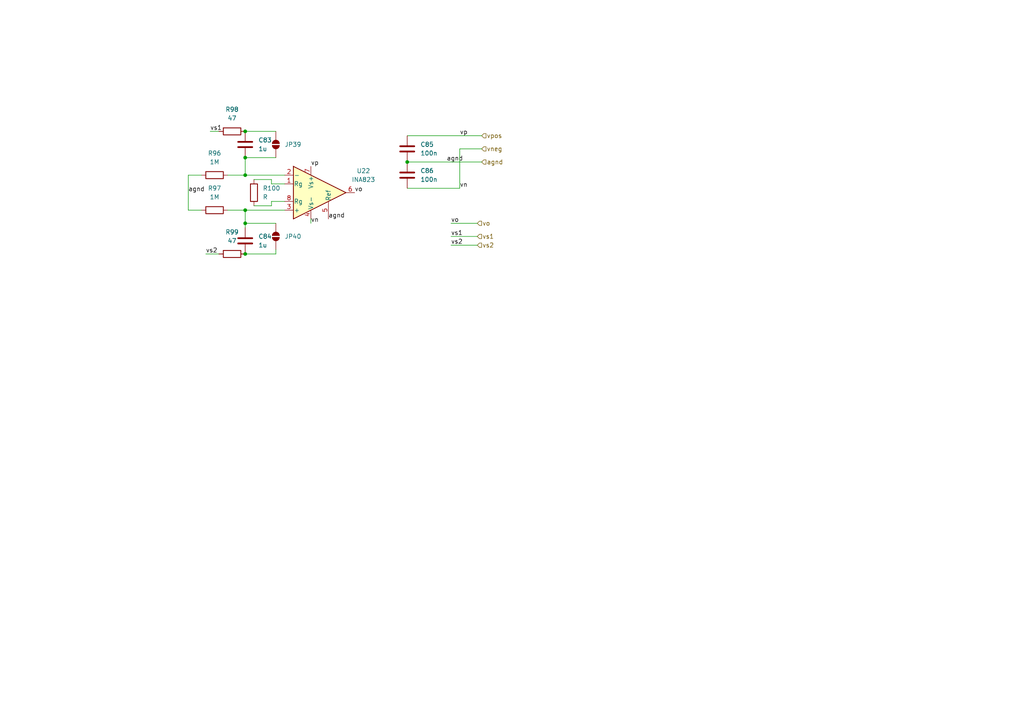
<source format=kicad_sch>
(kicad_sch (version 20250114) (generator "eeschema") (generator_version "9.0")
  (paper "A4")
  (lib_symbols
    (symbol "Amplifier_Instrumentation:AD620" (pin_names (offset 0.127))
      (property "Reference" "U" (at 3.81 7.62 0))
      (property "Value" "AD620" (at 5.08 5.08 0))
      (symbol "AD620_0_1"
        (polyline (pts (xy -7.62 7.62) (xy -7.62 -7.62) (xy 7.62 0) (xy -7.62 7.62)) (stroke (width 0.254)) (fill (type background)))
      )
      (symbol "AD620_1_1"
        (pin input line (at -10.16 5.08 0) (length 2.54) (name "-") (number "2"))
        (pin passive line (at -10.16 2.54 0) (length 2.54) (name "Rg") (number "1"))
        (pin passive line (at -10.16 -2.54 0) (length 2.54) (name "Rg") (number "8"))
        (pin input line (at -10.16 -5.08 0) (length 2.54) (name "+") (number "3"))
        (pin power_in line (at -2.54 7.62 270) (length 2.54) (name "Vs+") (number "7"))
        (pin power_in line (at -2.54 -7.62 90) (length 2.54) (name "Vs-") (number "4"))
        (pin passive line (at 2.54 -7.62 90) (length 5.08) (name "Ref") (number "5"))
        (pin output line (at 10.16 0 180) (length 2.54) (name "~") (number "6"))
      )
    )
    (symbol "Device:C" (pin_numbers (hide yes)) (pin_names (offset 0.254))
      (property "Reference" "C" (at 0.635 2.54 0))
      (property "Value" "C" (at 0.635 -2.54 0))
      (symbol "C_0_1"
        (polyline (pts (xy -2.032 0.762) (xy 2.032 0.762)) (stroke (width 0.508)))
        (polyline (pts (xy -2.032 -0.762) (xy 2.032 -0.762)) (stroke (width 0.508)))
      )
      (symbol "C_1_1"
        (pin passive line (at 0 3.81 270) (length 2.794) (name "~") (number "1"))
        (pin passive line (at 0 -3.81 90) (length 2.794) (name "~") (number "2"))
      )
    )
    (symbol "Device:R" (pin_numbers (hide yes)) (pin_names (offset 0))
      (property "Reference" "R" (at 2.032 0 90))
      (property "Value" "R" (at 0 0 90))
      (symbol "R_0_1"
        (rectangle (start -1.016 -2.54) (end 1.016 2.54) (stroke (width 0.254)))
      )
      (symbol "R_1_1"
        (pin passive line (at 0 3.81 270) (length 1.27) (name "~") (number "1"))
        (pin passive line (at 0 -3.81 90) (length 1.27) (name "~") (number "2"))
      )
    )
    (symbol "Jumper:SolderJumper_2_Open" (pin_numbers (hide yes)) (pin_names (offset 0) (hide yes)) (in_bom no)
      (property "Reference" "JP" (at 0 2.032 0))
      (property "Value" "SolderJumper_2_Open" (at 0 -2.54 0))
      (symbol "SolderJumper_2_Open_0_1"
        (polyline (pts (xy -0.254 1.016) (xy -0.254 -1.016)))
        (arc (start -0.254 -1.016) (mid -1.2656 0) (end -0.254 1.016))
        (arc (start -0.254 -1.016) (mid -1.2656 0) (end -0.254 1.016) (fill (type outline)))
        (arc (start 0.254 1.016) (mid 1.2656 0) (end 0.254 -1.016))
        (arc (start 0.254 1.016) (mid 1.2656 0) (end 0.254 -1.016) (fill (type outline)))
        (polyline (pts (xy 0.254 1.016) (xy 0.254 -1.016)))
      )
      (symbol "SolderJumper_2_Open_1_1"
        (pin passive line (at -3.81 0 0) (length 2.54) (name "A") (number "1"))
        (pin passive line (at 3.81 0 180) (length 2.54) (name "B") (number "2"))
      )
    )
  )
  (junction (at 71.12 50.8))
  (junction (at 71.12 64.77))
  (junction (at 71.12 60.96))
  (junction (at 71.12 38.1))
  (junction (at 118.11 46.99))
  (junction (at 71.12 45.72))
  (junction (at 71.12 73.66))
  (wire (pts (xy 58.42 50.8) (xy 54.61 50.8)))
  (wire (pts (xy 130.81 68.58) (xy 138.43 68.58)))
  (wire (pts (xy 130.81 71.12) (xy 138.43 71.12)))
  (wire (pts (xy 60.96 38.1) (xy 63.5 38.1)))
  (wire (pts (xy 66.04 50.8) (xy 71.12 50.8)))
  (wire (pts (xy 71.12 45.72) (xy 80.01 45.72)))
  (wire (pts (xy 59.69 73.66) (xy 63.5 73.66)))
  (wire (pts (xy 73.66 52.07) (xy 78.74 52.07)))
  (wire (pts (xy 133.35 43.18) (xy 133.35 54.61)))
  (wire (pts (xy 139.7 43.18) (xy 133.35 43.18)))
  (wire (pts (xy 71.12 60.96) (xy 82.55 60.96)))
  (wire (pts (xy 71.12 64.77) (xy 80.01 64.77)))
  (wire (pts (xy 71.12 60.96) (xy 71.12 64.77)))
  (wire (pts (xy 118.11 46.99) (xy 139.7 46.99)))
  (wire (pts (xy 118.11 39.37) (xy 139.7 39.37)))
  (wire (pts (xy 54.61 60.96) (xy 58.42 60.96)))
  (wire (pts (xy 90.17 64.77) (xy 90.17 63.5)))
  (wire (pts (xy 71.12 73.66) (xy 80.01 73.66)))
  (wire (pts (xy 71.12 64.77) (xy 71.12 66.04)))
  (wire (pts (xy 78.74 53.34) (xy 82.55 53.34)))
  (wire (pts (xy 78.74 59.69) (xy 78.74 58.42)))
  (wire (pts (xy 130.81 64.77) (xy 138.43 64.77)))
  (wire (pts (xy 80.01 72.39) (xy 80.01 73.66)))
  (wire (pts (xy 71.12 50.8) (xy 82.55 50.8)))
  (wire (pts (xy 54.61 50.8) (xy 54.61 60.96)))
  (wire (pts (xy 66.04 60.96) (xy 71.12 60.96)))
  (wire (pts (xy 73.66 59.69) (xy 78.74 59.69)))
  (wire (pts (xy 71.12 38.1) (xy 80.01 38.1)))
  (wire (pts (xy 71.12 45.72) (xy 71.12 50.8)))
  (wire (pts (xy 78.74 52.07) (xy 78.74 53.34)))
  (wire (pts (xy 78.74 58.42) (xy 82.55 58.42)))
  (wire (pts (xy 118.11 54.61) (xy 133.35 54.61)))
  (label "vp" (at 90.17 48.26 0))
  (label "vp" (at 133.35 39.37 0))
  (label "agnd" (at 129.54 46.99 0))
  (label "vn" (at 133.35 54.61 0))
  (label "vs2" (at 59.69 73.66 0))
  (label "agnd" (at 95.25 63.5 0))
  (label "vs2" (at 130.81 71.12 0))
  (label "vs1" (at 130.81 68.58 0))
  (label "agnd" (at 54.61 55.88 0))
  (label "vo" (at 130.81 64.77 0))
  (label "vs1" (at 60.96 38.1 0))
  (label "vo" (at 102.87 55.88 0))
  (label "vn" (at 90.17 64.77 0))
  (hierarchical_label "vneg" (shape input) (at 139.7 43.18 0))
  (hierarchical_label "vpos" (shape input) (at 139.7 39.37 0))
  (hierarchical_label "vs1" (shape input) (at 138.43 68.58 0))
  (hierarchical_label "vs2" (shape input) (at 138.43 71.12 0))
  (hierarchical_label "agnd" (shape input) (at 139.7 46.99 0))
  (hierarchical_label "vo" (shape input) (at 138.43 64.77 0))
  (symbol (lib_id "Device:R") (at 62.23 60.96 90) (unit 1)
    (property "Reference" "R2" (at 62.23 54.61 90))
    (property "Value" "1M" (at 62.23 57.15 90))
    (property "Footprint" "Resistor_SMD:R_0603_1608Metric_Pad0.98x0.95mm_HandSolder" (effects (hide yes)))
    (property "Description" "Resistor" (effects (hide yes)))
    (instances (project "esfgrid_ckt_IA" (path "" (reference "R97") (unit 1)) (path "" (reference "R117") (unit 1)) (path "" (reference "R67") (unit 1)) (path "" (reference "R32") (unit 1)) (path "" (reference "R47") (unit 1)) (path "" (reference "R52") (unit 1)) (path "" (reference "R7") (unit 1)) (path "" (reference "R12") (unit 1)) (path "" (reference "R62") (unit 1)) (path "" (reference "R17") (unit 1)) (path "" (reference "R107") (unit 1)) (path "" (reference "R77") (unit 1)) (path "" (reference "R112") (unit 1)) (path "" (reference "R57") (unit 1)) (path "" (reference "R72") (unit 1)) (path "" (reference "R102") (unit 1)) (path "" (reference "R122") (unit 1)) (path "" (reference "R2") (unit 1)) (path "" (reference "R82") (unit 1)) (path "" (reference "R42") (unit 1)) (path "" (reference "R87") (unit 1)) (path "" (reference "R37") (unit 1)) (path "" (reference "R27") (unit 1)) (path "" (reference "R22") (unit 1)) (path "" (reference "R92") (unit 1))))
  )
  (symbol (lib_id "Device:R") (at 67.31 73.66 90) (unit 1)
    (property "Reference" "R4" (at 67.31 67.31 90))
    (property "Value" "47" (at 67.31 69.85 90))
    (property "Footprint" "Resistor_SMD:R_0603_1608Metric_Pad0.98x0.95mm_HandSolder" (effects (hide yes)))
    (property "Description" "Resistor" (effects (hide yes)))
    (instances (project "esfgrid_ckt_IA" (path "" (reference "R99") (unit 1)) (path "" (reference "R119") (unit 1)) (path "" (reference "R69") (unit 1)) (path "" (reference "R34") (unit 1)) (path "" (reference "R49") (unit 1)) (path "" (reference "R54") (unit 1)) (path "" (reference "R9") (unit 1)) (path "" (reference "R14") (unit 1)) (path "" (reference "R64") (unit 1)) (path "" (reference "R19") (unit 1)) (path "" (reference "R109") (unit 1)) (path "" (reference "R79") (unit 1)) (path "" (reference "R114") (unit 1)) (path "" (reference "R59") (unit 1)) (path "" (reference "R74") (unit 1)) (path "" (reference "R104") (unit 1)) (path "" (reference "R124") (unit 1)) (path "" (reference "R4") (unit 1)) (path "" (reference "R84") (unit 1)) (path "" (reference "R44") (unit 1)) (path "" (reference "R89") (unit 1)) (path "" (reference "R39") (unit 1)) (path "" (reference "R29") (unit 1)) (path "" (reference "R24") (unit 1)) (path "" (reference "R94") (unit 1))))
  )
  (symbol (lib_id "Device:C") (at 71.12 41.91 180) (unit 1)
    (property "Reference" "C7" (at 74.93 40.6399 0) (effects (justify right)))
    (property "Value" "1u" (at 74.93 43.1799 0) (effects (justify right)))
    (property "Footprint" "Capacitor_SMD:C_0603_1608Metric_Pad1.08x0.95mm_HandSolder" (effects (hide yes)))
    (property "Description" "Unpolarized capacitor" (effects (hide yes)))
    (instances (project "esfgrid_ckt_IA" (path "" (reference "C83") (unit 1)) (path "" (reference "C99") (unit 1)) (path "" (reference "C59") (unit 1)) (path "" (reference "C31") (unit 1)) (path "" (reference "C43") (unit 1)) (path "" (reference "C47") (unit 1)) (path "" (reference "C11") (unit 1)) (path "" (reference "C15") (unit 1)) (path "" (reference "C55") (unit 1)) (path "" (reference "C19") (unit 1)) (path "" (reference "C91") (unit 1)) (path "" (reference "C67") (unit 1)) (path "" (reference "C95") (unit 1)) (path "" (reference "C51") (unit 1)) (path "" (reference "C63") (unit 1)) (path "" (reference "C87") (unit 1)) (path "" (reference "C103") (unit 1)) (path "" (reference "C7") (unit 1)) (path "" (reference "C71") (unit 1)) (path "" (reference "C39") (unit 1)) (path "" (reference "C75") (unit 1)) (path "" (reference "C35") (unit 1)) (path "" (reference "C27") (unit 1)) (path "" (reference "C23") (unit 1)) (path "" (reference "C79") (unit 1))))
  )
  (symbol (lib_id "Device:C") (at 71.12 69.85 180) (unit 1)
    (property "Reference" "C8" (at 74.93 68.5799 0) (effects (justify right)))
    (property "Value" "1u" (at 74.93 71.1199 0) (effects (justify right)))
    (property "Footprint" "Capacitor_SMD:C_0603_1608Metric_Pad1.08x0.95mm_HandSolder" (effects (hide yes)))
    (property "Description" "Unpolarized capacitor" (effects (hide yes)))
    (instances (project "esfgrid_ckt_IA" (path "" (reference "C84") (unit 1)) (path "" (reference "C100") (unit 1)) (path "" (reference "C60") (unit 1)) (path "" (reference "C32") (unit 1)) (path "" (reference "C44") (unit 1)) (path "" (reference "C48") (unit 1)) (path "" (reference "C12") (unit 1)) (path "" (reference "C16") (unit 1)) (path "" (reference "C56") (unit 1)) (path "" (reference "C20") (unit 1)) (path "" (reference "C92") (unit 1)) (path "" (reference "C68") (unit 1)) (path "" (reference "C96") (unit 1)) (path "" (reference "C52") (unit 1)) (path "" (reference "C64") (unit 1)) (path "" (reference "C88") (unit 1)) (path "" (reference "C104") (unit 1)) (path "" (reference "C8") (unit 1)) (path "" (reference "C72") (unit 1)) (path "" (reference "C40") (unit 1)) (path "" (reference "C76") (unit 1)) (path "" (reference "C36") (unit 1)) (path "" (reference "C28") (unit 1)) (path "" (reference "C24") (unit 1)) (path "" (reference "C80") (unit 1))))
  )
  (symbol (lib_id "Jumper:SolderJumper_2_Open") (at 80.01 41.91 90) (unit 1) (exclude_from_sim yes) (in_bom no)
    (property "Reference" "JP1" (at 82.55 41.9099 90) (effects (justify right)))
    (property "Value" "SolderJumper_2_Open" (effects (hide yes)))
    (property "Footprint" "Jumper:SolderJumper-2_P1.3mm_Open_Pad1.0x1.5mm" (effects (hide yes)))
    (property "Description" "Solder Jumper, 2-pole, open" (effects (hide yes)))
    (instances (project "esfgrid_ckt_IA" (path "" (reference "JP39") (unit 1)) (path "" (reference "JP47") (unit 1)) (path "" (reference "JP27") (unit 1)) (path "" (reference "JP13") (unit 1)) (path "" (reference "JP19") (unit 1)) (path "" (reference "JP21") (unit 1)) (path "" (reference "JP3") (unit 1)) (path "" (reference "JP5") (unit 1)) (path "" (reference "JP25") (unit 1)) (path "" (reference "JP7") (unit 1)) (path "" (reference "JP43") (unit 1)) (path "" (reference "JP31") (unit 1)) (path "" (reference "JP45") (unit 1)) (path "" (reference "JP23") (unit 1)) (path "" (reference "JP29") (unit 1)) (path "" (reference "JP41") (unit 1)) (path "" (reference "JP49") (unit 1)) (path "" (reference "JP1") (unit 1)) (path "" (reference "JP33") (unit 1)) (path "" (reference "JP17") (unit 1)) (path "" (reference "JP35") (unit 1)) (path "" (reference "JP15") (unit 1)) (path "" (reference "JP11") (unit 1)) (path "" (reference "JP9") (unit 1)) (path "" (reference "JP37") (unit 1))))
  )
  (symbol (lib_id "Device:C") (at 118.11 50.8 0) (unit 1)
    (property "Reference" "C10" (at 121.92 49.5299 0) (effects (justify left)))
    (property "Value" "100n" (at 121.92 52.0699 0) (effects (justify left)))
    (property "Footprint" "Capacitor_SMD:C_0603_1608Metric_Pad1.08x0.95mm_HandSolder" (effects (hide yes)))
    (property "Description" "Unpolarized capacitor" (effects (hide yes)))
    (instances (project "esfgrid_ckt_IA" (path "" (reference "C86") (unit 1)) (path "" (reference "C102") (unit 1)) (path "" (reference "C62") (unit 1)) (path "" (reference "C34") (unit 1)) (path "" (reference "C46") (unit 1)) (path "" (reference "C50") (unit 1)) (path "" (reference "C14") (unit 1)) (path "" (reference "C18") (unit 1)) (path "" (reference "C58") (unit 1)) (path "" (reference "C22") (unit 1)) (path "" (reference "C94") (unit 1)) (path "" (reference "C70") (unit 1)) (path "" (reference "C98") (unit 1)) (path "" (reference "C54") (unit 1)) (path "" (reference "C66") (unit 1)) (path "" (reference "C90") (unit 1)) (path "" (reference "C106") (unit 1)) (path "" (reference "C10") (unit 1)) (path "" (reference "C74") (unit 1)) (path "" (reference "C42") (unit 1)) (path "" (reference "C78") (unit 1)) (path "" (reference "C38") (unit 1)) (path "" (reference "C30") (unit 1)) (path "" (reference "C26") (unit 1)) (path "" (reference "C82") (unit 1))))
  )
  (symbol (lib_id "Device:R") (at 73.66 55.88 0) (unit 1)
    (property "Reference" "R5" (at 76.2 54.6099 0) (effects (justify left)))
    (property "Value" "R" (at 76.2 57.1499 0) (effects (justify left)))
    (property "Footprint" "Resistor_SMD:R_0603_1608Metric_Pad0.98x0.95mm_HandSolder" (effects (hide yes)))
    (property "Description" "Resistor" (effects (hide yes)))
    (instances (project "esfgrid_ckt_IA" (path "" (reference "R100") (unit 1)) (path "" (reference "R120") (unit 1)) (path "" (reference "R70") (unit 1)) (path "" (reference "R35") (unit 1)) (path "" (reference "R50") (unit 1)) (path "" (reference "R55") (unit 1)) (path "" (reference "R10") (unit 1)) (path "" (reference "R15") (unit 1)) (path "" (reference "R65") (unit 1)) (path "" (reference "R20") (unit 1)) (path "" (reference "R110") (unit 1)) (path "" (reference "R80") (unit 1)) (path "" (reference "R115") (unit 1)) (path "" (reference "R60") (unit 1)) (path "" (reference "R75") (unit 1)) (path "" (reference "R105") (unit 1)) (path "" (reference "R125") (unit 1)) (path "" (reference "R5") (unit 1)) (path "" (reference "R85") (unit 1)) (path "" (reference "R45") (unit 1)) (path "" (reference "R90") (unit 1)) (path "" (reference "R40") (unit 1)) (path "" (reference "R30") (unit 1)) (path "" (reference "R25") (unit 1)) (path "" (reference "R95") (unit 1))))
  )
  (symbol (lib_id "Jumper:SolderJumper_2_Open") (at 80.01 68.58 90) (unit 1) (exclude_from_sim yes) (in_bom no)
    (property "Reference" "JP2" (at 82.55 68.5799 90) (effects (justify right)))
    (property "Value" "SolderJumper_2_Open" (effects (hide yes)))
    (property "Footprint" "Jumper:SolderJumper-2_P1.3mm_Open_Pad1.0x1.5mm" (effects (hide yes)))
    (property "Description" "Solder Jumper, 2-pole, open" (effects (hide yes)))
    (instances (project "esfgrid_ckt_IA" (path "" (reference "JP40") (unit 1)) (path "" (reference "JP48") (unit 1)) (path "" (reference "JP28") (unit 1)) (path "" (reference "JP14") (unit 1)) (path "" (reference "JP20") (unit 1)) (path "" (reference "JP22") (unit 1)) (path "" (reference "JP4") (unit 1)) (path "" (reference "JP6") (unit 1)) (path "" (reference "JP26") (unit 1)) (path "" (reference "JP8") (unit 1)) (path "" (reference "JP44") (unit 1)) (path "" (reference "JP32") (unit 1)) (path "" (reference "JP46") (unit 1)) (path "" (reference "JP24") (unit 1)) (path "" (reference "JP30") (unit 1)) (path "" (reference "JP42") (unit 1)) (path "" (reference "JP50") (unit 1)) (path "" (reference "JP2") (unit 1)) (path "" (reference "JP34") (unit 1)) (path "" (reference "JP18") (unit 1)) (path "" (reference "JP36") (unit 1)) (path "" (reference "JP16") (unit 1)) (path "" (reference "JP12") (unit 1)) (path "" (reference "JP10") (unit 1)) (path "" (reference "JP38") (unit 1))))
  )
  (symbol (lib_id "Device:R") (at 67.31 38.1 90) (unit 1)
    (property "Reference" "R3" (at 67.31 31.75 90))
    (property "Value" "47" (at 67.31 34.29 90))
    (property "Footprint" "Resistor_SMD:R_0603_1608Metric_Pad0.98x0.95mm_HandSolder" (effects (hide yes)))
    (property "Description" "Resistor" (effects (hide yes)))
    (instances (project "esfgrid_ckt_IA" (path "" (reference "R98") (unit 1)) (path "" (reference "R118") (unit 1)) (path "" (reference "R68") (unit 1)) (path "" (reference "R33") (unit 1)) (path "" (reference "R48") (unit 1)) (path "" (reference "R53") (unit 1)) (path "" (reference "R8") (unit 1)) (path "" (reference "R13") (unit 1)) (path "" (reference "R63") (unit 1)) (path "" (reference "R18") (unit 1)) (path "" (reference "R108") (unit 1)) (path "" (reference "R78") (unit 1)) (path "" (reference "R113") (unit 1)) (path "" (reference "R58") (unit 1)) (path "" (reference "R73") (unit 1)) (path "" (reference "R103") (unit 1)) (path "" (reference "R123") (unit 1)) (path "" (reference "R3") (unit 1)) (path "" (reference "R83") (unit 1)) (path "" (reference "R43") (unit 1)) (path "" (reference "R88") (unit 1)) (path "" (reference "R38") (unit 1)) (path "" (reference "R28") (unit 1)) (path "" (reference "R23") (unit 1)) (path "" (reference "R93") (unit 1))))
  )
  (symbol (lib_id "Device:C") (at 118.11 43.18 180) (unit 1)
    (property "Reference" "C9" (at 121.92 41.9099 0) (effects (justify right)))
    (property "Value" "100n" (at 121.92 44.4499 0) (effects (justify right)))
    (property "Footprint" "Capacitor_SMD:C_0603_1608Metric_Pad1.08x0.95mm_HandSolder" (effects (hide yes)))
    (property "Description" "Unpolarized capacitor" (effects (hide yes)))
    (instances (project "esfgrid_ckt_IA" (path "" (reference "C85") (unit 1)) (path "" (reference "C101") (unit 1)) (path "" (reference "C61") (unit 1)) (path "" (reference "C33") (unit 1)) (path "" (reference "C45") (unit 1)) (path "" (reference "C49") (unit 1)) (path "" (reference "C13") (unit 1)) (path "" (reference "C17") (unit 1)) (path "" (reference "C57") (unit 1)) (path "" (reference "C21") (unit 1)) (path "" (reference "C93") (unit 1)) (path "" (reference "C69") (unit 1)) (path "" (reference "C97") (unit 1)) (path "" (reference "C53") (unit 1)) (path "" (reference "C65") (unit 1)) (path "" (reference "C89") (unit 1)) (path "" (reference "C105") (unit 1)) (path "" (reference "C9") (unit 1)) (path "" (reference "C73") (unit 1)) (path "" (reference "C41") (unit 1)) (path "" (reference "C77") (unit 1)) (path "" (reference "C37") (unit 1)) (path "" (reference "C29") (unit 1)) (path "" (reference "C25") (unit 1)) (path "" (reference "C81") (unit 1))))
  )
  (symbol (lib_id "Device:R") (at 62.23 50.8 90) (unit 1)
    (property "Reference" "R1" (at 62.23 44.45 90))
    (property "Value" "1M" (at 62.23 46.99 90))
    (property "Footprint" "Resistor_SMD:R_0603_1608Metric_Pad0.98x0.95mm_HandSolder" (effects (hide yes)))
    (property "Description" "Resistor" (effects (hide yes)))
    (instances (project "esfgrid_ckt_IA" (path "" (reference "R96") (unit 1)) (path "" (reference "R116") (unit 1)) (path "" (reference "R66") (unit 1)) (path "" (reference "R31") (unit 1)) (path "" (reference "R46") (unit 1)) (path "" (reference "R51") (unit 1)) (path "" (reference "R6") (unit 1)) (path "" (reference "R11") (unit 1)) (path "" (reference "R61") (unit 1)) (path "" (reference "R16") (unit 1)) (path "" (reference "R106") (unit 1)) (path "" (reference "R76") (unit 1)) (path "" (reference "R111") (unit 1)) (path "" (reference "R56") (unit 1)) (path "" (reference "R71") (unit 1)) (path "" (reference "R101") (unit 1)) (path "" (reference "R121") (unit 1)) (path "" (reference "R1") (unit 1)) (path "" (reference "R81") (unit 1)) (path "" (reference "R41") (unit 1)) (path "" (reference "R86") (unit 1)) (path "" (reference "R36") (unit 1)) (path "" (reference "R26") (unit 1)) (path "" (reference "R21") (unit 1)) (path "" (reference "R91") (unit 1))))
  )
  (symbol (lib_id "Amplifier_Instrumentation:AD620") (at 92.71 55.88 0) (unit 1)
    (property "Reference" "U3" (at 105.41 49.5614 0))
    (property "Value" "INA823" (at 105.41 52.1014 0))
    (property "Footprint" "Package_SO:SOIC-8_3.9x4.9mm_P1.27mm" (effects (hide yes)))
    (property "Datasheet" "https://www.analog.com/media/en/technical-documentation/data-sheets/AD620.pdf" (effects (hide yes)))
    (property "Description" "Low Cost, Low Power, Instrumentation Amplifier, DIP-8/SOIC-8" (effects (hide yes)))
    (instances (project "esfgrid_ckt_IA" (path "" (reference "U22") (unit 1)) (path "" (reference "U26") (unit 1)) (path "" (reference "U16") (unit 1)) (path "" (reference "U9") (unit 1)) (path "" (reference "U12") (unit 1)) (path "" (reference "U13") (unit 1)) (path "" (reference "U4") (unit 1)) (path "" (reference "U5") (unit 1)) (path "" (reference "U15") (unit 1)) (path "" (reference "U6") (unit 1)) (path "" (reference "U24") (unit 1)) (path "" (reference "U18") (unit 1)) (path "" (reference "U25") (unit 1)) (path "" (reference "U14") (unit 1)) (path "" (reference "U17") (unit 1)) (path "" (reference "U23") (unit 1)) (path "" (reference "U27") (unit 1)) (path "" (reference "U3") (unit 1)) (path "" (reference "U19") (unit 1)) (path "" (reference "U11") (unit 1)) (path "" (reference "U20") (unit 1)) (path "" (reference "U10") (unit 1)) (path "" (reference "U8") (unit 1)) (path "" (reference "U7") (unit 1)) (path "" (reference "U21") (unit 1))))
  )
)
</source>
